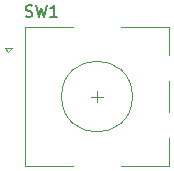
<source format=gbr>
%TF.GenerationSoftware,KiCad,Pcbnew,(5.1.6)-1*%
%TF.CreationDate,2020-09-07T19:59:05-05:00*%
%TF.ProjectId,deco-pad-v1,6465636f-2d70-4616-942d-76312e6b6963,rev?*%
%TF.SameCoordinates,Original*%
%TF.FileFunction,Legend,Top*%
%TF.FilePolarity,Positive*%
%FSLAX46Y46*%
G04 Gerber Fmt 4.6, Leading zero omitted, Abs format (unit mm)*
G04 Created by KiCad (PCBNEW (5.1.6)-1) date 2020-09-07 19:59:05*
%MOMM*%
%LPD*%
G01*
G04 APERTURE LIST*
%ADD10C,0.120000*%
%ADD11C,0.150000*%
G04 APERTURE END LIST*
D10*
%TO.C,SW1*%
X105600000Y-59000000D02*
X106600000Y-59000000D01*
X106100000Y-58500000D02*
X106100000Y-59500000D01*
X112200000Y-62500000D02*
X112200000Y-64900000D01*
X112200000Y-57700000D02*
X112200000Y-60300000D01*
X112200000Y-53100000D02*
X112200000Y-55500000D01*
X98900000Y-54900000D02*
X98600000Y-55200000D01*
X98300000Y-54900000D02*
X98900000Y-54900000D01*
X98600000Y-55200000D02*
X98300000Y-54900000D01*
X100000000Y-53100000D02*
X100000000Y-64900000D01*
X104100000Y-53100000D02*
X100000000Y-53100000D01*
X104100000Y-64900000D02*
X100000000Y-64900000D01*
X112200000Y-64900000D02*
X108100000Y-64900000D01*
X108100000Y-53100000D02*
X112200000Y-53100000D01*
X109100000Y-59000000D02*
G75*
G03*
X109100000Y-59000000I-3000000J0D01*
G01*
D11*
X100066666Y-52204761D02*
X100209523Y-52252380D01*
X100447619Y-52252380D01*
X100542857Y-52204761D01*
X100590476Y-52157142D01*
X100638095Y-52061904D01*
X100638095Y-51966666D01*
X100590476Y-51871428D01*
X100542857Y-51823809D01*
X100447619Y-51776190D01*
X100257142Y-51728571D01*
X100161904Y-51680952D01*
X100114285Y-51633333D01*
X100066666Y-51538095D01*
X100066666Y-51442857D01*
X100114285Y-51347619D01*
X100161904Y-51300000D01*
X100257142Y-51252380D01*
X100495238Y-51252380D01*
X100638095Y-51300000D01*
X100971428Y-51252380D02*
X101209523Y-52252380D01*
X101400000Y-51538095D01*
X101590476Y-52252380D01*
X101828571Y-51252380D01*
X102733333Y-52252380D02*
X102161904Y-52252380D01*
X102447619Y-52252380D02*
X102447619Y-51252380D01*
X102352380Y-51395238D01*
X102257142Y-51490476D01*
X102161904Y-51538095D01*
%TD*%
M02*

</source>
